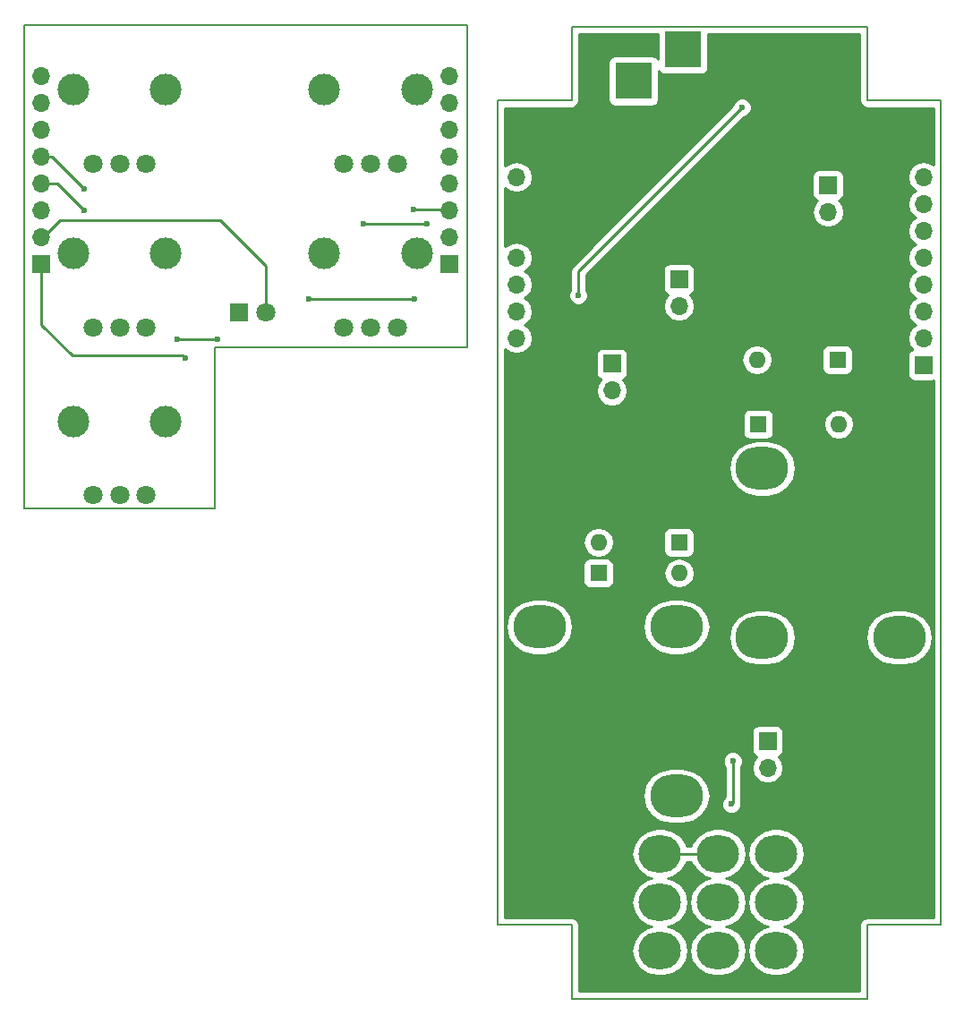
<source format=gbr>
G04 #@! TF.FileFunction,Copper,L2,Bot,Signal*
%FSLAX46Y46*%
G04 Gerber Fmt 4.6, Leading zero omitted, Abs format (unit mm)*
G04 Created by KiCad (PCBNEW 4.0.7) date 02/14/18 10:03:11*
%MOMM*%
%LPD*%
G01*
G04 APERTURE LIST*
%ADD10C,0.100000*%
%ADD11C,0.150000*%
%ADD12C,1.800000*%
%ADD13C,3.000000*%
%ADD14O,5.000000X4.000000*%
%ADD15O,4.000000X3.500000*%
%ADD16R,1.700000X1.700000*%
%ADD17O,1.700000X1.700000*%
%ADD18R,1.800000X1.800000*%
%ADD19R,1.600000X1.600000*%
%ADD20O,1.600000X1.600000*%
%ADD21R,3.500000X3.500000*%
%ADD22C,0.600000*%
%ADD23C,0.250000*%
%ADD24C,0.500000*%
%ADD25C,0.254000*%
G04 APERTURE END LIST*
D10*
D11*
X80772000Y-105791000D02*
X38862000Y-105791000D01*
X80772000Y-136271000D02*
X80772000Y-105791000D01*
X56896000Y-136271000D02*
X56896000Y-151511000D01*
X56896000Y-136271000D02*
X80772000Y-136271000D01*
X38862000Y-151511000D02*
X38862000Y-105791000D01*
X56896000Y-151511000D02*
X38862000Y-151511000D01*
X125603000Y-190881000D02*
X125603000Y-112903000D01*
X90678000Y-197866000D02*
X118618000Y-197866000D01*
X90678000Y-190881000D02*
X83693000Y-190881000D01*
X83693000Y-112903000D02*
X83693000Y-190881000D01*
X118618000Y-105918000D02*
X90678000Y-105918000D01*
X90678000Y-112903000D02*
X83693000Y-112903000D01*
X90678000Y-105918000D02*
X90678000Y-112903000D01*
X118618000Y-112903000D02*
X125603000Y-112903000D01*
X118618000Y-105918000D02*
X118618000Y-112903000D01*
X118618000Y-190881000D02*
X118618000Y-197866000D01*
X125603000Y-190881000D02*
X118618000Y-190881000D01*
X90678000Y-190881000D02*
X90678000Y-197866000D01*
D12*
X45419000Y-150241000D03*
X47919000Y-150241000D03*
X50419000Y-150241000D03*
D13*
X43519000Y-143241000D03*
X52319000Y-143241000D03*
D14*
X108689000Y-163702000D03*
X108689000Y-147702000D03*
X121689000Y-147702000D03*
X121666000Y-163702000D03*
D15*
X110021000Y-193322000D03*
X104521000Y-193322000D03*
X99021000Y-193322000D03*
X110021000Y-188722000D03*
X104521000Y-188722000D03*
X99021000Y-188722000D03*
X110021000Y-184122000D03*
X104521000Y-184122000D03*
X99021000Y-184122000D03*
D12*
X69168000Y-134366000D03*
X71668000Y-134366000D03*
X74168000Y-134366000D03*
D13*
X67268000Y-127366000D03*
X76068000Y-127366000D03*
D12*
X69168000Y-118872000D03*
X71668000Y-118872000D03*
X74168000Y-118872000D03*
D13*
X67268000Y-111872000D03*
X76068000Y-111872000D03*
D16*
X40513000Y-128397000D03*
D17*
X40513000Y-125857000D03*
X40513000Y-123317000D03*
X40513000Y-120777000D03*
X40513000Y-118237000D03*
X40513000Y-115697000D03*
X40513000Y-113157000D03*
X40513000Y-110617000D03*
D16*
X123952000Y-137922000D03*
D17*
X123952000Y-135382000D03*
X123952000Y-132842000D03*
X123952000Y-130302000D03*
X123952000Y-127762000D03*
X123952000Y-125222000D03*
X123952000Y-122682000D03*
X123952000Y-120142000D03*
D16*
X85471000Y-137922000D03*
D17*
X85471000Y-135382000D03*
X85471000Y-132842000D03*
X85471000Y-130302000D03*
X85471000Y-127762000D03*
X85471000Y-125222000D03*
X85471000Y-122682000D03*
X85471000Y-120142000D03*
D14*
X100607000Y-162688000D03*
X100607000Y-178688000D03*
X87607000Y-178688000D03*
X87630000Y-162688000D03*
D18*
X59182000Y-132969000D03*
D12*
X61722000Y-132969000D03*
X45419000Y-134366000D03*
X47919000Y-134366000D03*
X50419000Y-134366000D03*
D13*
X43519000Y-127366000D03*
X52319000Y-127366000D03*
D16*
X79121000Y-128397000D03*
D17*
X79121000Y-125857000D03*
X79121000Y-123317000D03*
X79121000Y-120777000D03*
X79121000Y-118237000D03*
X79121000Y-115697000D03*
X79121000Y-113157000D03*
X79121000Y-110617000D03*
D12*
X45419000Y-118872000D03*
X47919000Y-118872000D03*
X50419000Y-118872000D03*
D13*
X43519000Y-111872000D03*
X52319000Y-111872000D03*
D16*
X109220000Y-173482000D03*
D17*
X109220000Y-176022000D03*
D16*
X100838000Y-129794000D03*
D17*
X100838000Y-132334000D03*
D16*
X94488000Y-137795000D03*
D17*
X94488000Y-140335000D03*
D16*
X114935000Y-120904000D03*
D17*
X114935000Y-123444000D03*
D19*
X108331000Y-143510000D03*
D20*
X115951000Y-143510000D03*
D19*
X115824000Y-137414000D03*
D20*
X108204000Y-137414000D03*
D19*
X93218000Y-157607000D03*
D20*
X100838000Y-157607000D03*
D19*
X100838000Y-154686000D03*
D20*
X93218000Y-154686000D03*
D21*
X101219000Y-114046000D03*
X101219000Y-108046000D03*
X96519000Y-111046000D03*
D22*
X117602000Y-116586000D03*
X106807000Y-116205000D03*
X109474000Y-167132000D03*
X123063000Y-167767000D03*
X101092000Y-139192000D03*
X115189000Y-129540000D03*
X105537000Y-119126000D03*
X115062000Y-189738000D03*
X105918000Y-175387000D03*
X105791000Y-179451000D03*
X75692000Y-123190000D03*
X54102000Y-137287000D03*
X44577000Y-123317000D03*
X53340000Y-135509000D03*
X57150000Y-135509000D03*
X65786000Y-131699000D03*
X75819000Y-131699000D03*
X76962000Y-124587000D03*
X70993000Y-124587000D03*
X44577000Y-121285000D03*
X91313000Y-131318000D03*
X106807000Y-113538000D03*
D23*
X123063000Y-167767000D02*
X123110000Y-167720000D01*
X40513000Y-125857000D02*
X40640000Y-125857000D01*
X40640000Y-125857000D02*
X42291000Y-124206000D01*
X42291000Y-124206000D02*
X57404000Y-124206000D01*
X57404000Y-124206000D02*
X61722000Y-128524000D01*
X61722000Y-128524000D02*
X61722000Y-132969000D01*
X105918000Y-179324000D02*
X105918000Y-175387000D01*
X105791000Y-179451000D02*
X105918000Y-179324000D01*
D24*
X104648000Y-188976000D02*
X105156000Y-188722000D01*
D23*
X99148000Y-188976000D02*
X99187000Y-188976000D01*
X75692000Y-123190000D02*
X78994000Y-123190000D01*
X78994000Y-123190000D02*
X79121000Y-123317000D01*
X54102000Y-137287000D02*
X53848000Y-137033000D01*
X53848000Y-137033000D02*
X43434000Y-137033000D01*
X43434000Y-137033000D02*
X40513000Y-134112000D01*
X40513000Y-134112000D02*
X40513000Y-128397000D01*
X42037000Y-120777000D02*
X40513000Y-120777000D01*
X44577000Y-123317000D02*
X42037000Y-120777000D01*
X99021000Y-184122000D02*
X104521000Y-184122000D01*
X57150000Y-135509000D02*
X53340000Y-135509000D01*
X75819000Y-131699000D02*
X65786000Y-131699000D01*
X70993000Y-124587000D02*
X76962000Y-124587000D01*
X41529000Y-118237000D02*
X40513000Y-118237000D01*
X44577000Y-121285000D02*
X41529000Y-118237000D01*
X104648000Y-193576000D02*
X104549000Y-193576000D01*
X103949500Y-116395500D02*
X106807000Y-113538000D01*
X91313000Y-129032000D02*
X91313000Y-131318000D01*
X103949500Y-116395500D02*
X91313000Y-129032000D01*
D25*
G36*
X98821560Y-108982045D02*
X98733090Y-108844559D01*
X98520890Y-108699569D01*
X98269000Y-108648560D01*
X94769000Y-108648560D01*
X94533683Y-108692838D01*
X94317559Y-108831910D01*
X94172569Y-109044110D01*
X94121560Y-109296000D01*
X94121560Y-112796000D01*
X94165838Y-113031317D01*
X94304910Y-113247441D01*
X94517110Y-113392431D01*
X94769000Y-113443440D01*
X98269000Y-113443440D01*
X98504317Y-113399162D01*
X98720441Y-113260090D01*
X98865431Y-113047890D01*
X98916440Y-112796000D01*
X98916440Y-110109955D01*
X99004910Y-110247441D01*
X99217110Y-110392431D01*
X99469000Y-110443440D01*
X102969000Y-110443440D01*
X103204317Y-110399162D01*
X103420441Y-110260090D01*
X103565431Y-110047890D01*
X103616440Y-109796000D01*
X103616440Y-106628000D01*
X117908000Y-106628000D01*
X117908000Y-112903000D01*
X117962046Y-113174705D01*
X118115954Y-113405046D01*
X118346295Y-113558954D01*
X118618000Y-113613000D01*
X124893000Y-113613000D01*
X124893000Y-118999639D01*
X124549378Y-118770039D01*
X123981093Y-118657000D01*
X123922907Y-118657000D01*
X123354622Y-118770039D01*
X122872853Y-119091946D01*
X122550946Y-119573715D01*
X122437907Y-120142000D01*
X122550946Y-120710285D01*
X122872853Y-121192054D01*
X123202026Y-121412000D01*
X122872853Y-121631946D01*
X122550946Y-122113715D01*
X122437907Y-122682000D01*
X122550946Y-123250285D01*
X122872853Y-123732054D01*
X123202026Y-123952000D01*
X122872853Y-124171946D01*
X122550946Y-124653715D01*
X122437907Y-125222000D01*
X122550946Y-125790285D01*
X122872853Y-126272054D01*
X123202026Y-126492000D01*
X122872853Y-126711946D01*
X122550946Y-127193715D01*
X122437907Y-127762000D01*
X122550946Y-128330285D01*
X122872853Y-128812054D01*
X123202026Y-129032000D01*
X122872853Y-129251946D01*
X122550946Y-129733715D01*
X122437907Y-130302000D01*
X122550946Y-130870285D01*
X122872853Y-131352054D01*
X123202026Y-131572000D01*
X122872853Y-131791946D01*
X122550946Y-132273715D01*
X122437907Y-132842000D01*
X122550946Y-133410285D01*
X122872853Y-133892054D01*
X123202026Y-134112000D01*
X122872853Y-134331946D01*
X122550946Y-134813715D01*
X122437907Y-135382000D01*
X122550946Y-135950285D01*
X122872853Y-136432054D01*
X122914452Y-136459850D01*
X122866683Y-136468838D01*
X122650559Y-136607910D01*
X122505569Y-136820110D01*
X122454560Y-137072000D01*
X122454560Y-138772000D01*
X122498838Y-139007317D01*
X122637910Y-139223441D01*
X122850110Y-139368431D01*
X123102000Y-139419440D01*
X124802000Y-139419440D01*
X124893000Y-139402317D01*
X124893000Y-190171000D01*
X118618000Y-190171000D01*
X118346295Y-190225046D01*
X118115954Y-190378954D01*
X117962046Y-190609295D01*
X117908000Y-190881000D01*
X117908000Y-197156000D01*
X91388000Y-197156000D01*
X91388000Y-190881000D01*
X91333954Y-190609295D01*
X91180046Y-190378954D01*
X90949705Y-190225046D01*
X90678000Y-190171000D01*
X84403000Y-190171000D01*
X84403000Y-184122000D01*
X96334377Y-184122000D01*
X96515924Y-185034700D01*
X97032927Y-185808450D01*
X97806677Y-186325453D01*
X98292052Y-186422000D01*
X97806677Y-186518547D01*
X97032927Y-187035550D01*
X96515924Y-187809300D01*
X96334377Y-188722000D01*
X96515924Y-189634700D01*
X97032927Y-190408450D01*
X97806677Y-190925453D01*
X98292052Y-191022000D01*
X97806677Y-191118547D01*
X97032927Y-191635550D01*
X96515924Y-192409300D01*
X96334377Y-193322000D01*
X96515924Y-194234700D01*
X97032927Y-195008450D01*
X97806677Y-195525453D01*
X98719377Y-195707000D01*
X99322623Y-195707000D01*
X100235323Y-195525453D01*
X101009073Y-195008450D01*
X101526076Y-194234700D01*
X101707623Y-193322000D01*
X101526076Y-192409300D01*
X101009073Y-191635550D01*
X100235323Y-191118547D01*
X99749948Y-191022000D01*
X100235323Y-190925453D01*
X101009073Y-190408450D01*
X101526076Y-189634700D01*
X101707623Y-188722000D01*
X101526076Y-187809300D01*
X101009073Y-187035550D01*
X100235323Y-186518547D01*
X99749948Y-186422000D01*
X100235323Y-186325453D01*
X101009073Y-185808450D01*
X101526076Y-185034700D01*
X101556450Y-184882000D01*
X101985550Y-184882000D01*
X102015924Y-185034700D01*
X102532927Y-185808450D01*
X103306677Y-186325453D01*
X103792052Y-186422000D01*
X103306677Y-186518547D01*
X102532927Y-187035550D01*
X102015924Y-187809300D01*
X101834377Y-188722000D01*
X102015924Y-189634700D01*
X102532927Y-190408450D01*
X103306677Y-190925453D01*
X103792052Y-191022000D01*
X103306677Y-191118547D01*
X102532927Y-191635550D01*
X102015924Y-192409300D01*
X101834377Y-193322000D01*
X102015924Y-194234700D01*
X102532927Y-195008450D01*
X103306677Y-195525453D01*
X104219377Y-195707000D01*
X104822623Y-195707000D01*
X105735323Y-195525453D01*
X106509073Y-195008450D01*
X107026076Y-194234700D01*
X107207623Y-193322000D01*
X107026076Y-192409300D01*
X106509073Y-191635550D01*
X105735323Y-191118547D01*
X105249948Y-191022000D01*
X105735323Y-190925453D01*
X106509073Y-190408450D01*
X107026076Y-189634700D01*
X107207623Y-188722000D01*
X107026076Y-187809300D01*
X106509073Y-187035550D01*
X105735323Y-186518547D01*
X105249948Y-186422000D01*
X105735323Y-186325453D01*
X106509073Y-185808450D01*
X107026076Y-185034700D01*
X107207623Y-184122000D01*
X107334377Y-184122000D01*
X107515924Y-185034700D01*
X108032927Y-185808450D01*
X108806677Y-186325453D01*
X109292052Y-186422000D01*
X108806677Y-186518547D01*
X108032927Y-187035550D01*
X107515924Y-187809300D01*
X107334377Y-188722000D01*
X107515924Y-189634700D01*
X108032927Y-190408450D01*
X108806677Y-190925453D01*
X109292052Y-191022000D01*
X108806677Y-191118547D01*
X108032927Y-191635550D01*
X107515924Y-192409300D01*
X107334377Y-193322000D01*
X107515924Y-194234700D01*
X108032927Y-195008450D01*
X108806677Y-195525453D01*
X109719377Y-195707000D01*
X110322623Y-195707000D01*
X111235323Y-195525453D01*
X112009073Y-195008450D01*
X112526076Y-194234700D01*
X112707623Y-193322000D01*
X112526076Y-192409300D01*
X112009073Y-191635550D01*
X111235323Y-191118547D01*
X110749948Y-191022000D01*
X111235323Y-190925453D01*
X112009073Y-190408450D01*
X112526076Y-189634700D01*
X112707623Y-188722000D01*
X112526076Y-187809300D01*
X112009073Y-187035550D01*
X111235323Y-186518547D01*
X110749948Y-186422000D01*
X111235323Y-186325453D01*
X112009073Y-185808450D01*
X112526076Y-185034700D01*
X112707623Y-184122000D01*
X112526076Y-183209300D01*
X112009073Y-182435550D01*
X111235323Y-181918547D01*
X110322623Y-181737000D01*
X109719377Y-181737000D01*
X108806677Y-181918547D01*
X108032927Y-182435550D01*
X107515924Y-183209300D01*
X107334377Y-184122000D01*
X107207623Y-184122000D01*
X107026076Y-183209300D01*
X106509073Y-182435550D01*
X105735323Y-181918547D01*
X104822623Y-181737000D01*
X104219377Y-181737000D01*
X103306677Y-181918547D01*
X102532927Y-182435550D01*
X102015924Y-183209300D01*
X101985550Y-183362000D01*
X101556450Y-183362000D01*
X101526076Y-183209300D01*
X101009073Y-182435550D01*
X100235323Y-181918547D01*
X99322623Y-181737000D01*
X98719377Y-181737000D01*
X97806677Y-181918547D01*
X97032927Y-182435550D01*
X96515924Y-183209300D01*
X96334377Y-184122000D01*
X84403000Y-184122000D01*
X84403000Y-178688000D01*
X97410582Y-178688000D01*
X97611159Y-179696371D01*
X98182356Y-180551226D01*
X99037211Y-181122423D01*
X100045582Y-181323000D01*
X101168418Y-181323000D01*
X102176789Y-181122423D01*
X103031644Y-180551226D01*
X103602841Y-179696371D01*
X103614816Y-179636167D01*
X104855838Y-179636167D01*
X104997883Y-179979943D01*
X105260673Y-180243192D01*
X105604201Y-180385838D01*
X105976167Y-180386162D01*
X106319943Y-180244117D01*
X106583192Y-179981327D01*
X106725838Y-179637799D01*
X106726162Y-179265833D01*
X106678000Y-179149272D01*
X106678000Y-176022000D01*
X107705907Y-176022000D01*
X107818946Y-176590285D01*
X108140853Y-177072054D01*
X108622622Y-177393961D01*
X109190907Y-177507000D01*
X109249093Y-177507000D01*
X109817378Y-177393961D01*
X110299147Y-177072054D01*
X110621054Y-176590285D01*
X110734093Y-176022000D01*
X110621054Y-175453715D01*
X110299147Y-174971946D01*
X110257548Y-174944150D01*
X110305317Y-174935162D01*
X110521441Y-174796090D01*
X110666431Y-174583890D01*
X110717440Y-174332000D01*
X110717440Y-172632000D01*
X110673162Y-172396683D01*
X110534090Y-172180559D01*
X110321890Y-172035569D01*
X110070000Y-171984560D01*
X108370000Y-171984560D01*
X108134683Y-172028838D01*
X107918559Y-172167910D01*
X107773569Y-172380110D01*
X107722560Y-172632000D01*
X107722560Y-174332000D01*
X107766838Y-174567317D01*
X107905910Y-174783441D01*
X108118110Y-174928431D01*
X108185541Y-174942086D01*
X108140853Y-174971946D01*
X107818946Y-175453715D01*
X107705907Y-176022000D01*
X106678000Y-176022000D01*
X106678000Y-175949463D01*
X106710192Y-175917327D01*
X106852838Y-175573799D01*
X106853162Y-175201833D01*
X106711117Y-174858057D01*
X106448327Y-174594808D01*
X106104799Y-174452162D01*
X105732833Y-174451838D01*
X105389057Y-174593883D01*
X105125808Y-174856673D01*
X104983162Y-175200201D01*
X104982838Y-175572167D01*
X105124883Y-175915943D01*
X105158000Y-175949118D01*
X105158000Y-178761759D01*
X104998808Y-178920673D01*
X104856162Y-179264201D01*
X104855838Y-179636167D01*
X103614816Y-179636167D01*
X103803418Y-178688000D01*
X103602841Y-177679629D01*
X103031644Y-176824774D01*
X102176789Y-176253577D01*
X101168418Y-176053000D01*
X100045582Y-176053000D01*
X99037211Y-176253577D01*
X98182356Y-176824774D01*
X97611159Y-177679629D01*
X97410582Y-178688000D01*
X84403000Y-178688000D01*
X84403000Y-162688000D01*
X84433582Y-162688000D01*
X84634159Y-163696371D01*
X85205356Y-164551226D01*
X86060211Y-165122423D01*
X87068582Y-165323000D01*
X88191418Y-165323000D01*
X89199789Y-165122423D01*
X90054644Y-164551226D01*
X90625841Y-163696371D01*
X90826418Y-162688000D01*
X97410582Y-162688000D01*
X97611159Y-163696371D01*
X98182356Y-164551226D01*
X99037211Y-165122423D01*
X100045582Y-165323000D01*
X101168418Y-165323000D01*
X102176789Y-165122423D01*
X103031644Y-164551226D01*
X103599079Y-163702000D01*
X105492582Y-163702000D01*
X105693159Y-164710371D01*
X106264356Y-165565226D01*
X107119211Y-166136423D01*
X108127582Y-166337000D01*
X109250418Y-166337000D01*
X110258789Y-166136423D01*
X111113644Y-165565226D01*
X111684841Y-164710371D01*
X111885418Y-163702000D01*
X118469582Y-163702000D01*
X118670159Y-164710371D01*
X119241356Y-165565226D01*
X120096211Y-166136423D01*
X121104582Y-166337000D01*
X122227418Y-166337000D01*
X123235789Y-166136423D01*
X124090644Y-165565226D01*
X124661841Y-164710371D01*
X124862418Y-163702000D01*
X124661841Y-162693629D01*
X124090644Y-161838774D01*
X123235789Y-161267577D01*
X122227418Y-161067000D01*
X121104582Y-161067000D01*
X120096211Y-161267577D01*
X119241356Y-161838774D01*
X118670159Y-162693629D01*
X118469582Y-163702000D01*
X111885418Y-163702000D01*
X111684841Y-162693629D01*
X111113644Y-161838774D01*
X110258789Y-161267577D01*
X109250418Y-161067000D01*
X108127582Y-161067000D01*
X107119211Y-161267577D01*
X106264356Y-161838774D01*
X105693159Y-162693629D01*
X105492582Y-163702000D01*
X103599079Y-163702000D01*
X103602841Y-163696371D01*
X103803418Y-162688000D01*
X103602841Y-161679629D01*
X103031644Y-160824774D01*
X102176789Y-160253577D01*
X101168418Y-160053000D01*
X100045582Y-160053000D01*
X99037211Y-160253577D01*
X98182356Y-160824774D01*
X97611159Y-161679629D01*
X97410582Y-162688000D01*
X90826418Y-162688000D01*
X90625841Y-161679629D01*
X90054644Y-160824774D01*
X89199789Y-160253577D01*
X88191418Y-160053000D01*
X87068582Y-160053000D01*
X86060211Y-160253577D01*
X85205356Y-160824774D01*
X84634159Y-161679629D01*
X84433582Y-162688000D01*
X84403000Y-162688000D01*
X84403000Y-156807000D01*
X91770560Y-156807000D01*
X91770560Y-158407000D01*
X91814838Y-158642317D01*
X91953910Y-158858441D01*
X92166110Y-159003431D01*
X92418000Y-159054440D01*
X94018000Y-159054440D01*
X94253317Y-159010162D01*
X94469441Y-158871090D01*
X94614431Y-158658890D01*
X94665440Y-158407000D01*
X94665440Y-157607000D01*
X99374887Y-157607000D01*
X99484120Y-158156151D01*
X99795189Y-158621698D01*
X100260736Y-158932767D01*
X100809887Y-159042000D01*
X100866113Y-159042000D01*
X101415264Y-158932767D01*
X101880811Y-158621698D01*
X102191880Y-158156151D01*
X102301113Y-157607000D01*
X102191880Y-157057849D01*
X101880811Y-156592302D01*
X101415264Y-156281233D01*
X100866113Y-156172000D01*
X100809887Y-156172000D01*
X100260736Y-156281233D01*
X99795189Y-156592302D01*
X99484120Y-157057849D01*
X99374887Y-157607000D01*
X94665440Y-157607000D01*
X94665440Y-156807000D01*
X94621162Y-156571683D01*
X94482090Y-156355559D01*
X94269890Y-156210569D01*
X94018000Y-156159560D01*
X92418000Y-156159560D01*
X92182683Y-156203838D01*
X91966559Y-156342910D01*
X91821569Y-156555110D01*
X91770560Y-156807000D01*
X84403000Y-156807000D01*
X84403000Y-154686000D01*
X91754887Y-154686000D01*
X91864120Y-155235151D01*
X92175189Y-155700698D01*
X92640736Y-156011767D01*
X93189887Y-156121000D01*
X93246113Y-156121000D01*
X93795264Y-156011767D01*
X94260811Y-155700698D01*
X94571880Y-155235151D01*
X94681113Y-154686000D01*
X94571880Y-154136849D01*
X94404268Y-153886000D01*
X99390560Y-153886000D01*
X99390560Y-155486000D01*
X99434838Y-155721317D01*
X99573910Y-155937441D01*
X99786110Y-156082431D01*
X100038000Y-156133440D01*
X101638000Y-156133440D01*
X101873317Y-156089162D01*
X102089441Y-155950090D01*
X102234431Y-155737890D01*
X102285440Y-155486000D01*
X102285440Y-153886000D01*
X102241162Y-153650683D01*
X102102090Y-153434559D01*
X101889890Y-153289569D01*
X101638000Y-153238560D01*
X100038000Y-153238560D01*
X99802683Y-153282838D01*
X99586559Y-153421910D01*
X99441569Y-153634110D01*
X99390560Y-153886000D01*
X94404268Y-153886000D01*
X94260811Y-153671302D01*
X93795264Y-153360233D01*
X93246113Y-153251000D01*
X93189887Y-153251000D01*
X92640736Y-153360233D01*
X92175189Y-153671302D01*
X91864120Y-154136849D01*
X91754887Y-154686000D01*
X84403000Y-154686000D01*
X84403000Y-147702000D01*
X105492582Y-147702000D01*
X105693159Y-148710371D01*
X106264356Y-149565226D01*
X107119211Y-150136423D01*
X108127582Y-150337000D01*
X109250418Y-150337000D01*
X110258789Y-150136423D01*
X111113644Y-149565226D01*
X111684841Y-148710371D01*
X111885418Y-147702000D01*
X111684841Y-146693629D01*
X111113644Y-145838774D01*
X110258789Y-145267577D01*
X109250418Y-145067000D01*
X108127582Y-145067000D01*
X107119211Y-145267577D01*
X106264356Y-145838774D01*
X105693159Y-146693629D01*
X105492582Y-147702000D01*
X84403000Y-147702000D01*
X84403000Y-142710000D01*
X106883560Y-142710000D01*
X106883560Y-144310000D01*
X106927838Y-144545317D01*
X107066910Y-144761441D01*
X107279110Y-144906431D01*
X107531000Y-144957440D01*
X109131000Y-144957440D01*
X109366317Y-144913162D01*
X109582441Y-144774090D01*
X109727431Y-144561890D01*
X109778440Y-144310000D01*
X109778440Y-143510000D01*
X114487887Y-143510000D01*
X114597120Y-144059151D01*
X114908189Y-144524698D01*
X115373736Y-144835767D01*
X115922887Y-144945000D01*
X115979113Y-144945000D01*
X116528264Y-144835767D01*
X116993811Y-144524698D01*
X117304880Y-144059151D01*
X117414113Y-143510000D01*
X117304880Y-142960849D01*
X116993811Y-142495302D01*
X116528264Y-142184233D01*
X115979113Y-142075000D01*
X115922887Y-142075000D01*
X115373736Y-142184233D01*
X114908189Y-142495302D01*
X114597120Y-142960849D01*
X114487887Y-143510000D01*
X109778440Y-143510000D01*
X109778440Y-142710000D01*
X109734162Y-142474683D01*
X109595090Y-142258559D01*
X109382890Y-142113569D01*
X109131000Y-142062560D01*
X107531000Y-142062560D01*
X107295683Y-142106838D01*
X107079559Y-142245910D01*
X106934569Y-142458110D01*
X106883560Y-142710000D01*
X84403000Y-142710000D01*
X84403000Y-140335000D01*
X92973907Y-140335000D01*
X93086946Y-140903285D01*
X93408853Y-141385054D01*
X93890622Y-141706961D01*
X94458907Y-141820000D01*
X94517093Y-141820000D01*
X95085378Y-141706961D01*
X95567147Y-141385054D01*
X95889054Y-140903285D01*
X96002093Y-140335000D01*
X95889054Y-139766715D01*
X95567147Y-139284946D01*
X95525548Y-139257150D01*
X95573317Y-139248162D01*
X95789441Y-139109090D01*
X95934431Y-138896890D01*
X95985440Y-138645000D01*
X95985440Y-137414000D01*
X106740887Y-137414000D01*
X106850120Y-137963151D01*
X107161189Y-138428698D01*
X107626736Y-138739767D01*
X108175887Y-138849000D01*
X108232113Y-138849000D01*
X108781264Y-138739767D01*
X109246811Y-138428698D01*
X109557880Y-137963151D01*
X109667113Y-137414000D01*
X109557880Y-136864849D01*
X109390268Y-136614000D01*
X114376560Y-136614000D01*
X114376560Y-138214000D01*
X114420838Y-138449317D01*
X114559910Y-138665441D01*
X114772110Y-138810431D01*
X115024000Y-138861440D01*
X116624000Y-138861440D01*
X116859317Y-138817162D01*
X117075441Y-138678090D01*
X117220431Y-138465890D01*
X117271440Y-138214000D01*
X117271440Y-136614000D01*
X117227162Y-136378683D01*
X117088090Y-136162559D01*
X116875890Y-136017569D01*
X116624000Y-135966560D01*
X115024000Y-135966560D01*
X114788683Y-136010838D01*
X114572559Y-136149910D01*
X114427569Y-136362110D01*
X114376560Y-136614000D01*
X109390268Y-136614000D01*
X109246811Y-136399302D01*
X108781264Y-136088233D01*
X108232113Y-135979000D01*
X108175887Y-135979000D01*
X107626736Y-136088233D01*
X107161189Y-136399302D01*
X106850120Y-136864849D01*
X106740887Y-137414000D01*
X95985440Y-137414000D01*
X95985440Y-136945000D01*
X95941162Y-136709683D01*
X95802090Y-136493559D01*
X95589890Y-136348569D01*
X95338000Y-136297560D01*
X93638000Y-136297560D01*
X93402683Y-136341838D01*
X93186559Y-136480910D01*
X93041569Y-136693110D01*
X92990560Y-136945000D01*
X92990560Y-138645000D01*
X93034838Y-138880317D01*
X93173910Y-139096441D01*
X93386110Y-139241431D01*
X93453541Y-139255086D01*
X93408853Y-139284946D01*
X93086946Y-139766715D01*
X92973907Y-140335000D01*
X84403000Y-140335000D01*
X84403000Y-136439502D01*
X84873622Y-136753961D01*
X85441907Y-136867000D01*
X85500093Y-136867000D01*
X86068378Y-136753961D01*
X86550147Y-136432054D01*
X86872054Y-135950285D01*
X86985093Y-135382000D01*
X86872054Y-134813715D01*
X86550147Y-134331946D01*
X86220974Y-134112000D01*
X86550147Y-133892054D01*
X86872054Y-133410285D01*
X86985093Y-132842000D01*
X86884046Y-132334000D01*
X99323907Y-132334000D01*
X99436946Y-132902285D01*
X99758853Y-133384054D01*
X100240622Y-133705961D01*
X100808907Y-133819000D01*
X100867093Y-133819000D01*
X101435378Y-133705961D01*
X101917147Y-133384054D01*
X102239054Y-132902285D01*
X102352093Y-132334000D01*
X102239054Y-131765715D01*
X101917147Y-131283946D01*
X101875548Y-131256150D01*
X101923317Y-131247162D01*
X102139441Y-131108090D01*
X102284431Y-130895890D01*
X102335440Y-130644000D01*
X102335440Y-128944000D01*
X102291162Y-128708683D01*
X102152090Y-128492559D01*
X101939890Y-128347569D01*
X101688000Y-128296560D01*
X99988000Y-128296560D01*
X99752683Y-128340838D01*
X99536559Y-128479910D01*
X99391569Y-128692110D01*
X99340560Y-128944000D01*
X99340560Y-130644000D01*
X99384838Y-130879317D01*
X99523910Y-131095441D01*
X99736110Y-131240431D01*
X99803541Y-131254086D01*
X99758853Y-131283946D01*
X99436946Y-131765715D01*
X99323907Y-132334000D01*
X86884046Y-132334000D01*
X86872054Y-132273715D01*
X86550147Y-131791946D01*
X86220974Y-131572000D01*
X86323990Y-131503167D01*
X90377838Y-131503167D01*
X90519883Y-131846943D01*
X90782673Y-132110192D01*
X91126201Y-132252838D01*
X91498167Y-132253162D01*
X91841943Y-132111117D01*
X92105192Y-131848327D01*
X92247838Y-131504799D01*
X92248162Y-131132833D01*
X92106117Y-130789057D01*
X92073000Y-130755882D01*
X92073000Y-129346802D01*
X97975802Y-123444000D01*
X113420907Y-123444000D01*
X113533946Y-124012285D01*
X113855853Y-124494054D01*
X114337622Y-124815961D01*
X114905907Y-124929000D01*
X114964093Y-124929000D01*
X115532378Y-124815961D01*
X116014147Y-124494054D01*
X116336054Y-124012285D01*
X116449093Y-123444000D01*
X116336054Y-122875715D01*
X116014147Y-122393946D01*
X115972548Y-122366150D01*
X116020317Y-122357162D01*
X116236441Y-122218090D01*
X116381431Y-122005890D01*
X116432440Y-121754000D01*
X116432440Y-120054000D01*
X116388162Y-119818683D01*
X116249090Y-119602559D01*
X116036890Y-119457569D01*
X115785000Y-119406560D01*
X114085000Y-119406560D01*
X113849683Y-119450838D01*
X113633559Y-119589910D01*
X113488569Y-119802110D01*
X113437560Y-120054000D01*
X113437560Y-121754000D01*
X113481838Y-121989317D01*
X113620910Y-122205441D01*
X113833110Y-122350431D01*
X113900541Y-122364086D01*
X113855853Y-122393946D01*
X113533946Y-122875715D01*
X113420907Y-123444000D01*
X97975802Y-123444000D01*
X106946680Y-114473122D01*
X106992167Y-114473162D01*
X107335943Y-114331117D01*
X107599192Y-114068327D01*
X107741838Y-113724799D01*
X107742162Y-113352833D01*
X107600117Y-113009057D01*
X107337327Y-112745808D01*
X106993799Y-112603162D01*
X106621833Y-112602838D01*
X106278057Y-112744883D01*
X106014808Y-113007673D01*
X105872162Y-113351201D01*
X105872121Y-113398077D01*
X90775599Y-128494599D01*
X90610852Y-128741161D01*
X90553000Y-129032000D01*
X90553000Y-130755537D01*
X90520808Y-130787673D01*
X90378162Y-131131201D01*
X90377838Y-131503167D01*
X86323990Y-131503167D01*
X86550147Y-131352054D01*
X86872054Y-130870285D01*
X86985093Y-130302000D01*
X86872054Y-129733715D01*
X86550147Y-129251946D01*
X86220974Y-129032000D01*
X86550147Y-128812054D01*
X86872054Y-128330285D01*
X86985093Y-127762000D01*
X86872054Y-127193715D01*
X86550147Y-126711946D01*
X86068378Y-126390039D01*
X85500093Y-126277000D01*
X85441907Y-126277000D01*
X84873622Y-126390039D01*
X84403000Y-126704498D01*
X84403000Y-121199502D01*
X84873622Y-121513961D01*
X85441907Y-121627000D01*
X85500093Y-121627000D01*
X86068378Y-121513961D01*
X86550147Y-121192054D01*
X86872054Y-120710285D01*
X86985093Y-120142000D01*
X86872054Y-119573715D01*
X86550147Y-119091946D01*
X86068378Y-118770039D01*
X85500093Y-118657000D01*
X85441907Y-118657000D01*
X84873622Y-118770039D01*
X84403000Y-119084498D01*
X84403000Y-113613000D01*
X90678000Y-113613000D01*
X90949705Y-113558954D01*
X91180046Y-113405046D01*
X91333954Y-113174705D01*
X91388000Y-112903000D01*
X91388000Y-106628000D01*
X98821560Y-106628000D01*
X98821560Y-108982045D01*
X98821560Y-108982045D01*
G37*
X98821560Y-108982045D02*
X98733090Y-108844559D01*
X98520890Y-108699569D01*
X98269000Y-108648560D01*
X94769000Y-108648560D01*
X94533683Y-108692838D01*
X94317559Y-108831910D01*
X94172569Y-109044110D01*
X94121560Y-109296000D01*
X94121560Y-112796000D01*
X94165838Y-113031317D01*
X94304910Y-113247441D01*
X94517110Y-113392431D01*
X94769000Y-113443440D01*
X98269000Y-113443440D01*
X98504317Y-113399162D01*
X98720441Y-113260090D01*
X98865431Y-113047890D01*
X98916440Y-112796000D01*
X98916440Y-110109955D01*
X99004910Y-110247441D01*
X99217110Y-110392431D01*
X99469000Y-110443440D01*
X102969000Y-110443440D01*
X103204317Y-110399162D01*
X103420441Y-110260090D01*
X103565431Y-110047890D01*
X103616440Y-109796000D01*
X103616440Y-106628000D01*
X117908000Y-106628000D01*
X117908000Y-112903000D01*
X117962046Y-113174705D01*
X118115954Y-113405046D01*
X118346295Y-113558954D01*
X118618000Y-113613000D01*
X124893000Y-113613000D01*
X124893000Y-118999639D01*
X124549378Y-118770039D01*
X123981093Y-118657000D01*
X123922907Y-118657000D01*
X123354622Y-118770039D01*
X122872853Y-119091946D01*
X122550946Y-119573715D01*
X122437907Y-120142000D01*
X122550946Y-120710285D01*
X122872853Y-121192054D01*
X123202026Y-121412000D01*
X122872853Y-121631946D01*
X122550946Y-122113715D01*
X122437907Y-122682000D01*
X122550946Y-123250285D01*
X122872853Y-123732054D01*
X123202026Y-123952000D01*
X122872853Y-124171946D01*
X122550946Y-124653715D01*
X122437907Y-125222000D01*
X122550946Y-125790285D01*
X122872853Y-126272054D01*
X123202026Y-126492000D01*
X122872853Y-126711946D01*
X122550946Y-127193715D01*
X122437907Y-127762000D01*
X122550946Y-128330285D01*
X122872853Y-128812054D01*
X123202026Y-129032000D01*
X122872853Y-129251946D01*
X122550946Y-129733715D01*
X122437907Y-130302000D01*
X122550946Y-130870285D01*
X122872853Y-131352054D01*
X123202026Y-131572000D01*
X122872853Y-131791946D01*
X122550946Y-132273715D01*
X122437907Y-132842000D01*
X122550946Y-133410285D01*
X122872853Y-133892054D01*
X123202026Y-134112000D01*
X122872853Y-134331946D01*
X122550946Y-134813715D01*
X122437907Y-135382000D01*
X122550946Y-135950285D01*
X122872853Y-136432054D01*
X122914452Y-136459850D01*
X122866683Y-136468838D01*
X122650559Y-136607910D01*
X122505569Y-136820110D01*
X122454560Y-137072000D01*
X122454560Y-138772000D01*
X122498838Y-139007317D01*
X122637910Y-139223441D01*
X122850110Y-139368431D01*
X123102000Y-139419440D01*
X124802000Y-139419440D01*
X124893000Y-139402317D01*
X124893000Y-190171000D01*
X118618000Y-190171000D01*
X118346295Y-190225046D01*
X118115954Y-190378954D01*
X117962046Y-190609295D01*
X117908000Y-190881000D01*
X117908000Y-197156000D01*
X91388000Y-197156000D01*
X91388000Y-190881000D01*
X91333954Y-190609295D01*
X91180046Y-190378954D01*
X90949705Y-190225046D01*
X90678000Y-190171000D01*
X84403000Y-190171000D01*
X84403000Y-184122000D01*
X96334377Y-184122000D01*
X96515924Y-185034700D01*
X97032927Y-185808450D01*
X97806677Y-186325453D01*
X98292052Y-186422000D01*
X97806677Y-186518547D01*
X97032927Y-187035550D01*
X96515924Y-187809300D01*
X96334377Y-188722000D01*
X96515924Y-189634700D01*
X97032927Y-190408450D01*
X97806677Y-190925453D01*
X98292052Y-191022000D01*
X97806677Y-191118547D01*
X97032927Y-191635550D01*
X96515924Y-192409300D01*
X96334377Y-193322000D01*
X96515924Y-194234700D01*
X97032927Y-195008450D01*
X97806677Y-195525453D01*
X98719377Y-195707000D01*
X99322623Y-195707000D01*
X100235323Y-195525453D01*
X101009073Y-195008450D01*
X101526076Y-194234700D01*
X101707623Y-193322000D01*
X101526076Y-192409300D01*
X101009073Y-191635550D01*
X100235323Y-191118547D01*
X99749948Y-191022000D01*
X100235323Y-190925453D01*
X101009073Y-190408450D01*
X101526076Y-189634700D01*
X101707623Y-188722000D01*
X101526076Y-187809300D01*
X101009073Y-187035550D01*
X100235323Y-186518547D01*
X99749948Y-186422000D01*
X100235323Y-186325453D01*
X101009073Y-185808450D01*
X101526076Y-185034700D01*
X101556450Y-184882000D01*
X101985550Y-184882000D01*
X102015924Y-185034700D01*
X102532927Y-185808450D01*
X103306677Y-186325453D01*
X103792052Y-186422000D01*
X103306677Y-186518547D01*
X102532927Y-187035550D01*
X102015924Y-187809300D01*
X101834377Y-188722000D01*
X102015924Y-189634700D01*
X102532927Y-190408450D01*
X103306677Y-190925453D01*
X103792052Y-191022000D01*
X103306677Y-191118547D01*
X102532927Y-191635550D01*
X102015924Y-192409300D01*
X101834377Y-193322000D01*
X102015924Y-194234700D01*
X102532927Y-195008450D01*
X103306677Y-195525453D01*
X104219377Y-195707000D01*
X104822623Y-195707000D01*
X105735323Y-195525453D01*
X106509073Y-195008450D01*
X107026076Y-194234700D01*
X107207623Y-193322000D01*
X107026076Y-192409300D01*
X106509073Y-191635550D01*
X105735323Y-191118547D01*
X105249948Y-191022000D01*
X105735323Y-190925453D01*
X106509073Y-190408450D01*
X107026076Y-189634700D01*
X107207623Y-188722000D01*
X107026076Y-187809300D01*
X106509073Y-187035550D01*
X105735323Y-186518547D01*
X105249948Y-186422000D01*
X105735323Y-186325453D01*
X106509073Y-185808450D01*
X107026076Y-185034700D01*
X107207623Y-184122000D01*
X107334377Y-184122000D01*
X107515924Y-185034700D01*
X108032927Y-185808450D01*
X108806677Y-186325453D01*
X109292052Y-186422000D01*
X108806677Y-186518547D01*
X108032927Y-187035550D01*
X107515924Y-187809300D01*
X107334377Y-188722000D01*
X107515924Y-189634700D01*
X108032927Y-190408450D01*
X108806677Y-190925453D01*
X109292052Y-191022000D01*
X108806677Y-191118547D01*
X108032927Y-191635550D01*
X107515924Y-192409300D01*
X107334377Y-193322000D01*
X107515924Y-194234700D01*
X108032927Y-195008450D01*
X108806677Y-195525453D01*
X109719377Y-195707000D01*
X110322623Y-195707000D01*
X111235323Y-195525453D01*
X112009073Y-195008450D01*
X112526076Y-194234700D01*
X112707623Y-193322000D01*
X112526076Y-192409300D01*
X112009073Y-191635550D01*
X111235323Y-191118547D01*
X110749948Y-191022000D01*
X111235323Y-190925453D01*
X112009073Y-190408450D01*
X112526076Y-189634700D01*
X112707623Y-188722000D01*
X112526076Y-187809300D01*
X112009073Y-187035550D01*
X111235323Y-186518547D01*
X110749948Y-186422000D01*
X111235323Y-186325453D01*
X112009073Y-185808450D01*
X112526076Y-185034700D01*
X112707623Y-184122000D01*
X112526076Y-183209300D01*
X112009073Y-182435550D01*
X111235323Y-181918547D01*
X110322623Y-181737000D01*
X109719377Y-181737000D01*
X108806677Y-181918547D01*
X108032927Y-182435550D01*
X107515924Y-183209300D01*
X107334377Y-184122000D01*
X107207623Y-184122000D01*
X107026076Y-183209300D01*
X106509073Y-182435550D01*
X105735323Y-181918547D01*
X104822623Y-181737000D01*
X104219377Y-181737000D01*
X103306677Y-181918547D01*
X102532927Y-182435550D01*
X102015924Y-183209300D01*
X101985550Y-183362000D01*
X101556450Y-183362000D01*
X101526076Y-183209300D01*
X101009073Y-182435550D01*
X100235323Y-181918547D01*
X99322623Y-181737000D01*
X98719377Y-181737000D01*
X97806677Y-181918547D01*
X97032927Y-182435550D01*
X96515924Y-183209300D01*
X96334377Y-184122000D01*
X84403000Y-184122000D01*
X84403000Y-178688000D01*
X97410582Y-178688000D01*
X97611159Y-179696371D01*
X98182356Y-180551226D01*
X99037211Y-181122423D01*
X100045582Y-181323000D01*
X101168418Y-181323000D01*
X102176789Y-181122423D01*
X103031644Y-180551226D01*
X103602841Y-179696371D01*
X103614816Y-179636167D01*
X104855838Y-179636167D01*
X104997883Y-179979943D01*
X105260673Y-180243192D01*
X105604201Y-180385838D01*
X105976167Y-180386162D01*
X106319943Y-180244117D01*
X106583192Y-179981327D01*
X106725838Y-179637799D01*
X106726162Y-179265833D01*
X106678000Y-179149272D01*
X106678000Y-176022000D01*
X107705907Y-176022000D01*
X107818946Y-176590285D01*
X108140853Y-177072054D01*
X108622622Y-177393961D01*
X109190907Y-177507000D01*
X109249093Y-177507000D01*
X109817378Y-177393961D01*
X110299147Y-177072054D01*
X110621054Y-176590285D01*
X110734093Y-176022000D01*
X110621054Y-175453715D01*
X110299147Y-174971946D01*
X110257548Y-174944150D01*
X110305317Y-174935162D01*
X110521441Y-174796090D01*
X110666431Y-174583890D01*
X110717440Y-174332000D01*
X110717440Y-172632000D01*
X110673162Y-172396683D01*
X110534090Y-172180559D01*
X110321890Y-172035569D01*
X110070000Y-171984560D01*
X108370000Y-171984560D01*
X108134683Y-172028838D01*
X107918559Y-172167910D01*
X107773569Y-172380110D01*
X107722560Y-172632000D01*
X107722560Y-174332000D01*
X107766838Y-174567317D01*
X107905910Y-174783441D01*
X108118110Y-174928431D01*
X108185541Y-174942086D01*
X108140853Y-174971946D01*
X107818946Y-175453715D01*
X107705907Y-176022000D01*
X106678000Y-176022000D01*
X106678000Y-175949463D01*
X106710192Y-175917327D01*
X106852838Y-175573799D01*
X106853162Y-175201833D01*
X106711117Y-174858057D01*
X106448327Y-174594808D01*
X106104799Y-174452162D01*
X105732833Y-174451838D01*
X105389057Y-174593883D01*
X105125808Y-174856673D01*
X104983162Y-175200201D01*
X104982838Y-175572167D01*
X105124883Y-175915943D01*
X105158000Y-175949118D01*
X105158000Y-178761759D01*
X104998808Y-178920673D01*
X104856162Y-179264201D01*
X104855838Y-179636167D01*
X103614816Y-179636167D01*
X103803418Y-178688000D01*
X103602841Y-177679629D01*
X103031644Y-176824774D01*
X102176789Y-176253577D01*
X101168418Y-176053000D01*
X100045582Y-176053000D01*
X99037211Y-176253577D01*
X98182356Y-176824774D01*
X97611159Y-177679629D01*
X97410582Y-178688000D01*
X84403000Y-178688000D01*
X84403000Y-162688000D01*
X84433582Y-162688000D01*
X84634159Y-163696371D01*
X85205356Y-164551226D01*
X86060211Y-165122423D01*
X87068582Y-165323000D01*
X88191418Y-165323000D01*
X89199789Y-165122423D01*
X90054644Y-164551226D01*
X90625841Y-163696371D01*
X90826418Y-162688000D01*
X97410582Y-162688000D01*
X97611159Y-163696371D01*
X98182356Y-164551226D01*
X99037211Y-165122423D01*
X100045582Y-165323000D01*
X101168418Y-165323000D01*
X102176789Y-165122423D01*
X103031644Y-164551226D01*
X103599079Y-163702000D01*
X105492582Y-163702000D01*
X105693159Y-164710371D01*
X106264356Y-165565226D01*
X107119211Y-166136423D01*
X108127582Y-166337000D01*
X109250418Y-166337000D01*
X110258789Y-166136423D01*
X111113644Y-165565226D01*
X111684841Y-164710371D01*
X111885418Y-163702000D01*
X118469582Y-163702000D01*
X118670159Y-164710371D01*
X119241356Y-165565226D01*
X120096211Y-166136423D01*
X121104582Y-166337000D01*
X122227418Y-166337000D01*
X123235789Y-166136423D01*
X124090644Y-165565226D01*
X124661841Y-164710371D01*
X124862418Y-163702000D01*
X124661841Y-162693629D01*
X124090644Y-161838774D01*
X123235789Y-161267577D01*
X122227418Y-161067000D01*
X121104582Y-161067000D01*
X120096211Y-161267577D01*
X119241356Y-161838774D01*
X118670159Y-162693629D01*
X118469582Y-163702000D01*
X111885418Y-163702000D01*
X111684841Y-162693629D01*
X111113644Y-161838774D01*
X110258789Y-161267577D01*
X109250418Y-161067000D01*
X108127582Y-161067000D01*
X107119211Y-161267577D01*
X106264356Y-161838774D01*
X105693159Y-162693629D01*
X105492582Y-163702000D01*
X103599079Y-163702000D01*
X103602841Y-163696371D01*
X103803418Y-162688000D01*
X103602841Y-161679629D01*
X103031644Y-160824774D01*
X102176789Y-160253577D01*
X101168418Y-160053000D01*
X100045582Y-160053000D01*
X99037211Y-160253577D01*
X98182356Y-160824774D01*
X97611159Y-161679629D01*
X97410582Y-162688000D01*
X90826418Y-162688000D01*
X90625841Y-161679629D01*
X90054644Y-160824774D01*
X89199789Y-160253577D01*
X88191418Y-160053000D01*
X87068582Y-160053000D01*
X86060211Y-160253577D01*
X85205356Y-160824774D01*
X84634159Y-161679629D01*
X84433582Y-162688000D01*
X84403000Y-162688000D01*
X84403000Y-156807000D01*
X91770560Y-156807000D01*
X91770560Y-158407000D01*
X91814838Y-158642317D01*
X91953910Y-158858441D01*
X92166110Y-159003431D01*
X92418000Y-159054440D01*
X94018000Y-159054440D01*
X94253317Y-159010162D01*
X94469441Y-158871090D01*
X94614431Y-158658890D01*
X94665440Y-158407000D01*
X94665440Y-157607000D01*
X99374887Y-157607000D01*
X99484120Y-158156151D01*
X99795189Y-158621698D01*
X100260736Y-158932767D01*
X100809887Y-159042000D01*
X100866113Y-159042000D01*
X101415264Y-158932767D01*
X101880811Y-158621698D01*
X102191880Y-158156151D01*
X102301113Y-157607000D01*
X102191880Y-157057849D01*
X101880811Y-156592302D01*
X101415264Y-156281233D01*
X100866113Y-156172000D01*
X100809887Y-156172000D01*
X100260736Y-156281233D01*
X99795189Y-156592302D01*
X99484120Y-157057849D01*
X99374887Y-157607000D01*
X94665440Y-157607000D01*
X94665440Y-156807000D01*
X94621162Y-156571683D01*
X94482090Y-156355559D01*
X94269890Y-156210569D01*
X94018000Y-156159560D01*
X92418000Y-156159560D01*
X92182683Y-156203838D01*
X91966559Y-156342910D01*
X91821569Y-156555110D01*
X91770560Y-156807000D01*
X84403000Y-156807000D01*
X84403000Y-154686000D01*
X91754887Y-154686000D01*
X91864120Y-155235151D01*
X92175189Y-155700698D01*
X92640736Y-156011767D01*
X93189887Y-156121000D01*
X93246113Y-156121000D01*
X93795264Y-156011767D01*
X94260811Y-155700698D01*
X94571880Y-155235151D01*
X94681113Y-154686000D01*
X94571880Y-154136849D01*
X94404268Y-153886000D01*
X99390560Y-153886000D01*
X99390560Y-155486000D01*
X99434838Y-155721317D01*
X99573910Y-155937441D01*
X99786110Y-156082431D01*
X100038000Y-156133440D01*
X101638000Y-156133440D01*
X101873317Y-156089162D01*
X102089441Y-155950090D01*
X102234431Y-155737890D01*
X102285440Y-155486000D01*
X102285440Y-153886000D01*
X102241162Y-153650683D01*
X102102090Y-153434559D01*
X101889890Y-153289569D01*
X101638000Y-153238560D01*
X100038000Y-153238560D01*
X99802683Y-153282838D01*
X99586559Y-153421910D01*
X99441569Y-153634110D01*
X99390560Y-153886000D01*
X94404268Y-153886000D01*
X94260811Y-153671302D01*
X93795264Y-153360233D01*
X93246113Y-153251000D01*
X93189887Y-153251000D01*
X92640736Y-153360233D01*
X92175189Y-153671302D01*
X91864120Y-154136849D01*
X91754887Y-154686000D01*
X84403000Y-154686000D01*
X84403000Y-147702000D01*
X105492582Y-147702000D01*
X105693159Y-148710371D01*
X106264356Y-149565226D01*
X107119211Y-150136423D01*
X108127582Y-150337000D01*
X109250418Y-150337000D01*
X110258789Y-150136423D01*
X111113644Y-149565226D01*
X111684841Y-148710371D01*
X111885418Y-147702000D01*
X111684841Y-146693629D01*
X111113644Y-145838774D01*
X110258789Y-145267577D01*
X109250418Y-145067000D01*
X108127582Y-145067000D01*
X107119211Y-145267577D01*
X106264356Y-145838774D01*
X105693159Y-146693629D01*
X105492582Y-147702000D01*
X84403000Y-147702000D01*
X84403000Y-142710000D01*
X106883560Y-142710000D01*
X106883560Y-144310000D01*
X106927838Y-144545317D01*
X107066910Y-144761441D01*
X107279110Y-144906431D01*
X107531000Y-144957440D01*
X109131000Y-144957440D01*
X109366317Y-144913162D01*
X109582441Y-144774090D01*
X109727431Y-144561890D01*
X109778440Y-144310000D01*
X109778440Y-143510000D01*
X114487887Y-143510000D01*
X114597120Y-144059151D01*
X114908189Y-144524698D01*
X115373736Y-144835767D01*
X115922887Y-144945000D01*
X115979113Y-144945000D01*
X116528264Y-144835767D01*
X116993811Y-144524698D01*
X117304880Y-144059151D01*
X117414113Y-143510000D01*
X117304880Y-142960849D01*
X116993811Y-142495302D01*
X116528264Y-142184233D01*
X115979113Y-142075000D01*
X115922887Y-142075000D01*
X115373736Y-142184233D01*
X114908189Y-142495302D01*
X114597120Y-142960849D01*
X114487887Y-143510000D01*
X109778440Y-143510000D01*
X109778440Y-142710000D01*
X109734162Y-142474683D01*
X109595090Y-142258559D01*
X109382890Y-142113569D01*
X109131000Y-142062560D01*
X107531000Y-142062560D01*
X107295683Y-142106838D01*
X107079559Y-142245910D01*
X106934569Y-142458110D01*
X106883560Y-142710000D01*
X84403000Y-142710000D01*
X84403000Y-140335000D01*
X92973907Y-140335000D01*
X93086946Y-140903285D01*
X93408853Y-141385054D01*
X93890622Y-141706961D01*
X94458907Y-141820000D01*
X94517093Y-141820000D01*
X95085378Y-141706961D01*
X95567147Y-141385054D01*
X95889054Y-140903285D01*
X96002093Y-140335000D01*
X95889054Y-139766715D01*
X95567147Y-139284946D01*
X95525548Y-139257150D01*
X95573317Y-139248162D01*
X95789441Y-139109090D01*
X95934431Y-138896890D01*
X95985440Y-138645000D01*
X95985440Y-137414000D01*
X106740887Y-137414000D01*
X106850120Y-137963151D01*
X107161189Y-138428698D01*
X107626736Y-138739767D01*
X108175887Y-138849000D01*
X108232113Y-138849000D01*
X108781264Y-138739767D01*
X109246811Y-138428698D01*
X109557880Y-137963151D01*
X109667113Y-137414000D01*
X109557880Y-136864849D01*
X109390268Y-136614000D01*
X114376560Y-136614000D01*
X114376560Y-138214000D01*
X114420838Y-138449317D01*
X114559910Y-138665441D01*
X114772110Y-138810431D01*
X115024000Y-138861440D01*
X116624000Y-138861440D01*
X116859317Y-138817162D01*
X117075441Y-138678090D01*
X117220431Y-138465890D01*
X117271440Y-138214000D01*
X117271440Y-136614000D01*
X117227162Y-136378683D01*
X117088090Y-136162559D01*
X116875890Y-136017569D01*
X116624000Y-135966560D01*
X115024000Y-135966560D01*
X114788683Y-136010838D01*
X114572559Y-136149910D01*
X114427569Y-136362110D01*
X114376560Y-136614000D01*
X109390268Y-136614000D01*
X109246811Y-136399302D01*
X108781264Y-136088233D01*
X108232113Y-135979000D01*
X108175887Y-135979000D01*
X107626736Y-136088233D01*
X107161189Y-136399302D01*
X106850120Y-136864849D01*
X106740887Y-137414000D01*
X95985440Y-137414000D01*
X95985440Y-136945000D01*
X95941162Y-136709683D01*
X95802090Y-136493559D01*
X95589890Y-136348569D01*
X95338000Y-136297560D01*
X93638000Y-136297560D01*
X93402683Y-136341838D01*
X93186559Y-136480910D01*
X93041569Y-136693110D01*
X92990560Y-136945000D01*
X92990560Y-138645000D01*
X93034838Y-138880317D01*
X93173910Y-139096441D01*
X93386110Y-139241431D01*
X93453541Y-139255086D01*
X93408853Y-139284946D01*
X93086946Y-139766715D01*
X92973907Y-140335000D01*
X84403000Y-140335000D01*
X84403000Y-136439502D01*
X84873622Y-136753961D01*
X85441907Y-136867000D01*
X85500093Y-136867000D01*
X86068378Y-136753961D01*
X86550147Y-136432054D01*
X86872054Y-135950285D01*
X86985093Y-135382000D01*
X86872054Y-134813715D01*
X86550147Y-134331946D01*
X86220974Y-134112000D01*
X86550147Y-133892054D01*
X86872054Y-133410285D01*
X86985093Y-132842000D01*
X86884046Y-132334000D01*
X99323907Y-132334000D01*
X99436946Y-132902285D01*
X99758853Y-133384054D01*
X100240622Y-133705961D01*
X100808907Y-133819000D01*
X100867093Y-133819000D01*
X101435378Y-133705961D01*
X101917147Y-133384054D01*
X102239054Y-132902285D01*
X102352093Y-132334000D01*
X102239054Y-131765715D01*
X101917147Y-131283946D01*
X101875548Y-131256150D01*
X101923317Y-131247162D01*
X102139441Y-131108090D01*
X102284431Y-130895890D01*
X102335440Y-130644000D01*
X102335440Y-128944000D01*
X102291162Y-128708683D01*
X102152090Y-128492559D01*
X101939890Y-128347569D01*
X101688000Y-128296560D01*
X99988000Y-128296560D01*
X99752683Y-128340838D01*
X99536559Y-128479910D01*
X99391569Y-128692110D01*
X99340560Y-128944000D01*
X99340560Y-130644000D01*
X99384838Y-130879317D01*
X99523910Y-131095441D01*
X99736110Y-131240431D01*
X99803541Y-131254086D01*
X99758853Y-131283946D01*
X99436946Y-131765715D01*
X99323907Y-132334000D01*
X86884046Y-132334000D01*
X86872054Y-132273715D01*
X86550147Y-131791946D01*
X86220974Y-131572000D01*
X86323990Y-131503167D01*
X90377838Y-131503167D01*
X90519883Y-131846943D01*
X90782673Y-132110192D01*
X91126201Y-132252838D01*
X91498167Y-132253162D01*
X91841943Y-132111117D01*
X92105192Y-131848327D01*
X92247838Y-131504799D01*
X92248162Y-131132833D01*
X92106117Y-130789057D01*
X92073000Y-130755882D01*
X92073000Y-129346802D01*
X97975802Y-123444000D01*
X113420907Y-123444000D01*
X113533946Y-124012285D01*
X113855853Y-124494054D01*
X114337622Y-124815961D01*
X114905907Y-124929000D01*
X114964093Y-124929000D01*
X115532378Y-124815961D01*
X116014147Y-124494054D01*
X116336054Y-124012285D01*
X116449093Y-123444000D01*
X116336054Y-122875715D01*
X116014147Y-122393946D01*
X115972548Y-122366150D01*
X116020317Y-122357162D01*
X116236441Y-122218090D01*
X116381431Y-122005890D01*
X116432440Y-121754000D01*
X116432440Y-120054000D01*
X116388162Y-119818683D01*
X116249090Y-119602559D01*
X116036890Y-119457569D01*
X115785000Y-119406560D01*
X114085000Y-119406560D01*
X113849683Y-119450838D01*
X113633559Y-119589910D01*
X113488569Y-119802110D01*
X113437560Y-120054000D01*
X113437560Y-121754000D01*
X113481838Y-121989317D01*
X113620910Y-122205441D01*
X113833110Y-122350431D01*
X113900541Y-122364086D01*
X113855853Y-122393946D01*
X113533946Y-122875715D01*
X113420907Y-123444000D01*
X97975802Y-123444000D01*
X106946680Y-114473122D01*
X106992167Y-114473162D01*
X107335943Y-114331117D01*
X107599192Y-114068327D01*
X107741838Y-113724799D01*
X107742162Y-113352833D01*
X107600117Y-113009057D01*
X107337327Y-112745808D01*
X106993799Y-112603162D01*
X106621833Y-112602838D01*
X106278057Y-112744883D01*
X106014808Y-113007673D01*
X105872162Y-113351201D01*
X105872121Y-113398077D01*
X90775599Y-128494599D01*
X90610852Y-128741161D01*
X90553000Y-129032000D01*
X90553000Y-130755537D01*
X90520808Y-130787673D01*
X90378162Y-131131201D01*
X90377838Y-131503167D01*
X86323990Y-131503167D01*
X86550147Y-131352054D01*
X86872054Y-130870285D01*
X86985093Y-130302000D01*
X86872054Y-129733715D01*
X86550147Y-129251946D01*
X86220974Y-129032000D01*
X86550147Y-128812054D01*
X86872054Y-128330285D01*
X86985093Y-127762000D01*
X86872054Y-127193715D01*
X86550147Y-126711946D01*
X86068378Y-126390039D01*
X85500093Y-126277000D01*
X85441907Y-126277000D01*
X84873622Y-126390039D01*
X84403000Y-126704498D01*
X84403000Y-121199502D01*
X84873622Y-121513961D01*
X85441907Y-121627000D01*
X85500093Y-121627000D01*
X86068378Y-121513961D01*
X86550147Y-121192054D01*
X86872054Y-120710285D01*
X86985093Y-120142000D01*
X86872054Y-119573715D01*
X86550147Y-119091946D01*
X86068378Y-118770039D01*
X85500093Y-118657000D01*
X85441907Y-118657000D01*
X84873622Y-118770039D01*
X84403000Y-119084498D01*
X84403000Y-113613000D01*
X90678000Y-113613000D01*
X90949705Y-113558954D01*
X91180046Y-113405046D01*
X91333954Y-113174705D01*
X91388000Y-112903000D01*
X91388000Y-106628000D01*
X98821560Y-106628000D01*
X98821560Y-108982045D01*
M02*

</source>
